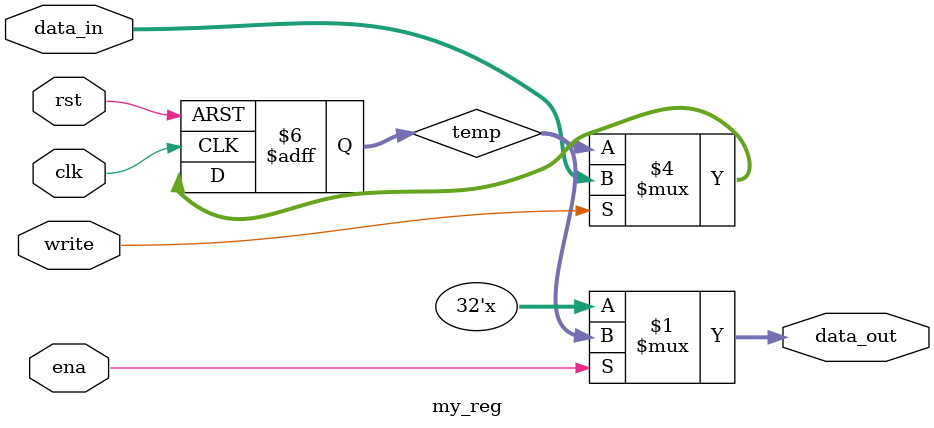
<source format=v>
`timescale 1ns / 1ps
module my_reg(clk,rst,write,ena,data_in,data_out);

input clk,rst,ena,write;
input [31:0] data_in;
output [31:0]data_out;
reg [31:0]temp;

assign data_out = ena?temp:32'bz;
always@(posedge clk or posedge rst)//上升沿读写数据
begin
    if(rst==1)
        temp<=32'h0;
    else if(write)
        temp<=data_in;
end
endmodule
</source>
